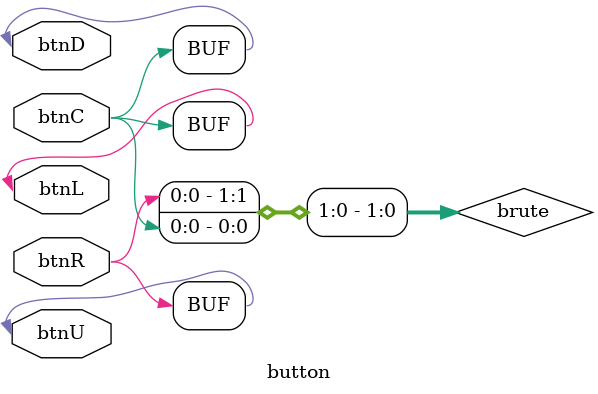
<source format=v>
module button(
    input btnL, btnU, btnD, btnR, btnC
);
    wire [4:0] brute;
    assign brute[0] = btnL;
    assign brute[1] = btnU;
    assign brute[0] = btnD;
    assign brute[1] = btnR;
    assign brute[0] = btnC;

endmodule
</source>
